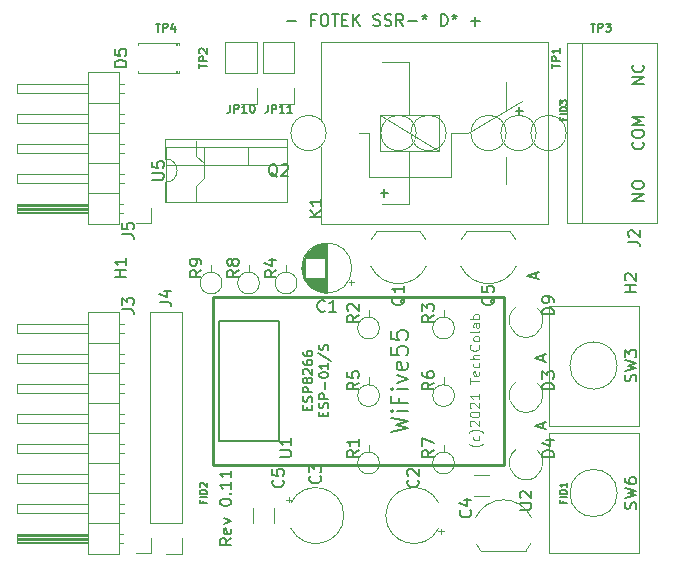
<source format=gto>
G04 #@! TF.GenerationSoftware,KiCad,Pcbnew,(5.1.6-0-10_14)*
G04 #@! TF.CreationDate,2021-04-15T17:51:28+01:00*
G04 #@! TF.ProjectId,WiFive55,57694669-7665-4353-952e-6b696361645f,0.11*
G04 #@! TF.SameCoordinates,Original*
G04 #@! TF.FileFunction,Legend,Top*
G04 #@! TF.FilePolarity,Positive*
%FSLAX46Y46*%
G04 Gerber Fmt 4.6, Leading zero omitted, Abs format (unit mm)*
G04 Created by KiCad (PCBNEW (5.1.6-0-10_14)) date 2021-04-15 17:51:28*
%MOMM*%
%LPD*%
G01*
G04 APERTURE LIST*
%ADD10C,0.150000*%
%ADD11C,0.120000*%
%ADD12C,0.152400*%
%ADD13C,0.254000*%
G04 APERTURE END LIST*
D10*
X115682142Y-50236428D02*
X116444047Y-50236428D01*
X118015476Y-50093571D02*
X117682142Y-50093571D01*
X117682142Y-50617380D02*
X117682142Y-49617380D01*
X118158333Y-49617380D01*
X118729761Y-49617380D02*
X118920238Y-49617380D01*
X119015476Y-49665000D01*
X119110714Y-49760238D01*
X119158333Y-49950714D01*
X119158333Y-50284047D01*
X119110714Y-50474523D01*
X119015476Y-50569761D01*
X118920238Y-50617380D01*
X118729761Y-50617380D01*
X118634523Y-50569761D01*
X118539285Y-50474523D01*
X118491666Y-50284047D01*
X118491666Y-49950714D01*
X118539285Y-49760238D01*
X118634523Y-49665000D01*
X118729761Y-49617380D01*
X119444047Y-49617380D02*
X120015476Y-49617380D01*
X119729761Y-50617380D02*
X119729761Y-49617380D01*
X120348809Y-50093571D02*
X120682142Y-50093571D01*
X120825000Y-50617380D02*
X120348809Y-50617380D01*
X120348809Y-49617380D01*
X120825000Y-49617380D01*
X121253571Y-50617380D02*
X121253571Y-49617380D01*
X121825000Y-50617380D02*
X121396428Y-50045952D01*
X121825000Y-49617380D02*
X121253571Y-50188809D01*
X122967857Y-50569761D02*
X123110714Y-50617380D01*
X123348809Y-50617380D01*
X123444047Y-50569761D01*
X123491666Y-50522142D01*
X123539285Y-50426904D01*
X123539285Y-50331666D01*
X123491666Y-50236428D01*
X123444047Y-50188809D01*
X123348809Y-50141190D01*
X123158333Y-50093571D01*
X123063095Y-50045952D01*
X123015476Y-49998333D01*
X122967857Y-49903095D01*
X122967857Y-49807857D01*
X123015476Y-49712619D01*
X123063095Y-49665000D01*
X123158333Y-49617380D01*
X123396428Y-49617380D01*
X123539285Y-49665000D01*
X123920238Y-50569761D02*
X124063095Y-50617380D01*
X124301190Y-50617380D01*
X124396428Y-50569761D01*
X124444047Y-50522142D01*
X124491666Y-50426904D01*
X124491666Y-50331666D01*
X124444047Y-50236428D01*
X124396428Y-50188809D01*
X124301190Y-50141190D01*
X124110714Y-50093571D01*
X124015476Y-50045952D01*
X123967857Y-49998333D01*
X123920238Y-49903095D01*
X123920238Y-49807857D01*
X123967857Y-49712619D01*
X124015476Y-49665000D01*
X124110714Y-49617380D01*
X124348809Y-49617380D01*
X124491666Y-49665000D01*
X125491666Y-50617380D02*
X125158333Y-50141190D01*
X124920238Y-50617380D02*
X124920238Y-49617380D01*
X125301190Y-49617380D01*
X125396428Y-49665000D01*
X125444047Y-49712619D01*
X125491666Y-49807857D01*
X125491666Y-49950714D01*
X125444047Y-50045952D01*
X125396428Y-50093571D01*
X125301190Y-50141190D01*
X124920238Y-50141190D01*
X125920238Y-50236428D02*
X126682142Y-50236428D01*
X127301190Y-49617380D02*
X127301190Y-49855476D01*
X127063095Y-49760238D02*
X127301190Y-49855476D01*
X127539285Y-49760238D01*
X127158333Y-50045952D02*
X127301190Y-49855476D01*
X127444047Y-50045952D01*
X128682142Y-50617380D02*
X128682142Y-49617380D01*
X128920238Y-49617380D01*
X129063095Y-49665000D01*
X129158333Y-49760238D01*
X129205952Y-49855476D01*
X129253571Y-50045952D01*
X129253571Y-50188809D01*
X129205952Y-50379285D01*
X129158333Y-50474523D01*
X129063095Y-50569761D01*
X128920238Y-50617380D01*
X128682142Y-50617380D01*
X129825000Y-49617380D02*
X129825000Y-49855476D01*
X129586904Y-49760238D02*
X129825000Y-49855476D01*
X130063095Y-49760238D01*
X129682142Y-50045952D02*
X129825000Y-49855476D01*
X129967857Y-50045952D01*
X131205952Y-50236428D02*
X131967857Y-50236428D01*
X131586904Y-50617380D02*
X131586904Y-49855476D01*
X135312142Y-58089761D02*
X135312142Y-57480238D01*
X135616904Y-57785000D02*
X135007380Y-57785000D01*
X123882142Y-65074761D02*
X123882142Y-64465238D01*
X124186904Y-64770000D02*
X123577380Y-64770000D01*
X145867380Y-65404285D02*
X144867380Y-65404285D01*
X145867380Y-64832857D01*
X144867380Y-64832857D01*
X144867380Y-64166190D02*
X144867380Y-63975714D01*
X144915000Y-63880476D01*
X145010238Y-63785238D01*
X145200714Y-63737619D01*
X145534047Y-63737619D01*
X145724523Y-63785238D01*
X145819761Y-63880476D01*
X145867380Y-63975714D01*
X145867380Y-64166190D01*
X145819761Y-64261428D01*
X145724523Y-64356666D01*
X145534047Y-64404285D01*
X145200714Y-64404285D01*
X145010238Y-64356666D01*
X144915000Y-64261428D01*
X144867380Y-64166190D01*
X145772142Y-60451904D02*
X145819761Y-60499523D01*
X145867380Y-60642380D01*
X145867380Y-60737619D01*
X145819761Y-60880476D01*
X145724523Y-60975714D01*
X145629285Y-61023333D01*
X145438809Y-61070952D01*
X145295952Y-61070952D01*
X145105476Y-61023333D01*
X145010238Y-60975714D01*
X144915000Y-60880476D01*
X144867380Y-60737619D01*
X144867380Y-60642380D01*
X144915000Y-60499523D01*
X144962619Y-60451904D01*
X144867380Y-59832857D02*
X144867380Y-59642380D01*
X144915000Y-59547142D01*
X145010238Y-59451904D01*
X145200714Y-59404285D01*
X145534047Y-59404285D01*
X145724523Y-59451904D01*
X145819761Y-59547142D01*
X145867380Y-59642380D01*
X145867380Y-59832857D01*
X145819761Y-59928095D01*
X145724523Y-60023333D01*
X145534047Y-60070952D01*
X145200714Y-60070952D01*
X145010238Y-60023333D01*
X144915000Y-59928095D01*
X144867380Y-59832857D01*
X145867380Y-58975714D02*
X144867380Y-58975714D01*
X145581666Y-58642380D01*
X144867380Y-58309047D01*
X145867380Y-58309047D01*
X145867380Y-55547142D02*
X144867380Y-55547142D01*
X145867380Y-54975714D01*
X144867380Y-54975714D01*
X145772142Y-53928095D02*
X145819761Y-53975714D01*
X145867380Y-54118571D01*
X145867380Y-54213809D01*
X145819761Y-54356666D01*
X145724523Y-54451904D01*
X145629285Y-54499523D01*
X145438809Y-54547142D01*
X145295952Y-54547142D01*
X145105476Y-54499523D01*
X145010238Y-54451904D01*
X144915000Y-54356666D01*
X144867380Y-54213809D01*
X144867380Y-54118571D01*
X144915000Y-53975714D01*
X144962619Y-53928095D01*
X110942380Y-93987619D02*
X110466190Y-94320952D01*
X110942380Y-94559047D02*
X109942380Y-94559047D01*
X109942380Y-94178095D01*
X109990000Y-94082857D01*
X110037619Y-94035238D01*
X110132857Y-93987619D01*
X110275714Y-93987619D01*
X110370952Y-94035238D01*
X110418571Y-94082857D01*
X110466190Y-94178095D01*
X110466190Y-94559047D01*
X110894761Y-93178095D02*
X110942380Y-93273333D01*
X110942380Y-93463809D01*
X110894761Y-93559047D01*
X110799523Y-93606666D01*
X110418571Y-93606666D01*
X110323333Y-93559047D01*
X110275714Y-93463809D01*
X110275714Y-93273333D01*
X110323333Y-93178095D01*
X110418571Y-93130476D01*
X110513809Y-93130476D01*
X110609047Y-93606666D01*
X110275714Y-92797142D02*
X110942380Y-92559047D01*
X110275714Y-92320952D01*
X109942380Y-90987619D02*
X109942380Y-90892380D01*
X109990000Y-90797142D01*
X110037619Y-90749523D01*
X110132857Y-90701904D01*
X110323333Y-90654285D01*
X110561428Y-90654285D01*
X110751904Y-90701904D01*
X110847142Y-90749523D01*
X110894761Y-90797142D01*
X110942380Y-90892380D01*
X110942380Y-90987619D01*
X110894761Y-91082857D01*
X110847142Y-91130476D01*
X110751904Y-91178095D01*
X110561428Y-91225714D01*
X110323333Y-91225714D01*
X110132857Y-91178095D01*
X110037619Y-91130476D01*
X109990000Y-91082857D01*
X109942380Y-90987619D01*
X110847142Y-90225714D02*
X110894761Y-90178095D01*
X110942380Y-90225714D01*
X110894761Y-90273333D01*
X110847142Y-90225714D01*
X110942380Y-90225714D01*
X110942380Y-89225714D02*
X110942380Y-89797142D01*
X110942380Y-89511428D02*
X109942380Y-89511428D01*
X110085238Y-89606666D01*
X110180476Y-89701904D01*
X110228095Y-89797142D01*
X110942380Y-88273333D02*
X110942380Y-88844761D01*
X110942380Y-88559047D02*
X109942380Y-88559047D01*
X110085238Y-88654285D01*
X110180476Y-88749523D01*
X110228095Y-88844761D01*
D11*
X132246666Y-85978333D02*
X132208571Y-86016428D01*
X132094285Y-86092619D01*
X132018095Y-86130714D01*
X131903809Y-86168809D01*
X131713333Y-86206904D01*
X131560952Y-86206904D01*
X131370476Y-86168809D01*
X131256190Y-86130714D01*
X131180000Y-86092619D01*
X131065714Y-86016428D01*
X131027619Y-85978333D01*
X131903809Y-85330714D02*
X131941904Y-85406904D01*
X131941904Y-85559285D01*
X131903809Y-85635476D01*
X131865714Y-85673571D01*
X131789523Y-85711666D01*
X131560952Y-85711666D01*
X131484761Y-85673571D01*
X131446666Y-85635476D01*
X131408571Y-85559285D01*
X131408571Y-85406904D01*
X131446666Y-85330714D01*
X132246666Y-85064047D02*
X132208571Y-85025952D01*
X132094285Y-84949761D01*
X132018095Y-84911666D01*
X131903809Y-84873571D01*
X131713333Y-84835476D01*
X131560952Y-84835476D01*
X131370476Y-84873571D01*
X131256190Y-84911666D01*
X131180000Y-84949761D01*
X131065714Y-85025952D01*
X131027619Y-85064047D01*
X131218095Y-84492619D02*
X131180000Y-84454523D01*
X131141904Y-84378333D01*
X131141904Y-84187857D01*
X131180000Y-84111666D01*
X131218095Y-84073571D01*
X131294285Y-84035476D01*
X131370476Y-84035476D01*
X131484761Y-84073571D01*
X131941904Y-84530714D01*
X131941904Y-84035476D01*
X131141904Y-83540238D02*
X131141904Y-83464047D01*
X131180000Y-83387857D01*
X131218095Y-83349761D01*
X131294285Y-83311666D01*
X131446666Y-83273571D01*
X131637142Y-83273571D01*
X131789523Y-83311666D01*
X131865714Y-83349761D01*
X131903809Y-83387857D01*
X131941904Y-83464047D01*
X131941904Y-83540238D01*
X131903809Y-83616428D01*
X131865714Y-83654523D01*
X131789523Y-83692619D01*
X131637142Y-83730714D01*
X131446666Y-83730714D01*
X131294285Y-83692619D01*
X131218095Y-83654523D01*
X131180000Y-83616428D01*
X131141904Y-83540238D01*
X131218095Y-82968809D02*
X131180000Y-82930714D01*
X131141904Y-82854523D01*
X131141904Y-82664047D01*
X131180000Y-82587857D01*
X131218095Y-82549761D01*
X131294285Y-82511666D01*
X131370476Y-82511666D01*
X131484761Y-82549761D01*
X131941904Y-83006904D01*
X131941904Y-82511666D01*
X131941904Y-81749761D02*
X131941904Y-82206904D01*
X131941904Y-81978333D02*
X131141904Y-81978333D01*
X131256190Y-82054523D01*
X131332380Y-82130714D01*
X131370476Y-82206904D01*
X131141904Y-80911666D02*
X131141904Y-80454523D01*
X131941904Y-80683095D02*
X131141904Y-80683095D01*
X131903809Y-79883095D02*
X131941904Y-79959285D01*
X131941904Y-80111666D01*
X131903809Y-80187857D01*
X131827619Y-80225952D01*
X131522857Y-80225952D01*
X131446666Y-80187857D01*
X131408571Y-80111666D01*
X131408571Y-79959285D01*
X131446666Y-79883095D01*
X131522857Y-79845000D01*
X131599047Y-79845000D01*
X131675238Y-80225952D01*
X131903809Y-79159285D02*
X131941904Y-79235476D01*
X131941904Y-79387857D01*
X131903809Y-79464047D01*
X131865714Y-79502142D01*
X131789523Y-79540238D01*
X131560952Y-79540238D01*
X131484761Y-79502142D01*
X131446666Y-79464047D01*
X131408571Y-79387857D01*
X131408571Y-79235476D01*
X131446666Y-79159285D01*
X131941904Y-78816428D02*
X131141904Y-78816428D01*
X131941904Y-78473571D02*
X131522857Y-78473571D01*
X131446666Y-78511666D01*
X131408571Y-78587857D01*
X131408571Y-78702142D01*
X131446666Y-78778333D01*
X131484761Y-78816428D01*
X131865714Y-77635476D02*
X131903809Y-77673571D01*
X131941904Y-77787857D01*
X131941904Y-77864047D01*
X131903809Y-77978333D01*
X131827619Y-78054523D01*
X131751428Y-78092619D01*
X131599047Y-78130714D01*
X131484761Y-78130714D01*
X131332380Y-78092619D01*
X131256190Y-78054523D01*
X131180000Y-77978333D01*
X131141904Y-77864047D01*
X131141904Y-77787857D01*
X131180000Y-77673571D01*
X131218095Y-77635476D01*
X131941904Y-77178333D02*
X131903809Y-77254523D01*
X131865714Y-77292619D01*
X131789523Y-77330714D01*
X131560952Y-77330714D01*
X131484761Y-77292619D01*
X131446666Y-77254523D01*
X131408571Y-77178333D01*
X131408571Y-77064047D01*
X131446666Y-76987857D01*
X131484761Y-76949761D01*
X131560952Y-76911666D01*
X131789523Y-76911666D01*
X131865714Y-76949761D01*
X131903809Y-76987857D01*
X131941904Y-77064047D01*
X131941904Y-77178333D01*
X131941904Y-76454523D02*
X131903809Y-76530714D01*
X131827619Y-76568809D01*
X131141904Y-76568809D01*
X131941904Y-75806904D02*
X131522857Y-75806904D01*
X131446666Y-75845000D01*
X131408571Y-75921190D01*
X131408571Y-76073571D01*
X131446666Y-76149761D01*
X131903809Y-75806904D02*
X131941904Y-75883095D01*
X131941904Y-76073571D01*
X131903809Y-76149761D01*
X131827619Y-76187857D01*
X131751428Y-76187857D01*
X131675238Y-76149761D01*
X131637142Y-76073571D01*
X131637142Y-75883095D01*
X131599047Y-75806904D01*
X131941904Y-75425952D02*
X131141904Y-75425952D01*
X131446666Y-75425952D02*
X131408571Y-75349761D01*
X131408571Y-75197380D01*
X131446666Y-75121190D01*
X131484761Y-75083095D01*
X131560952Y-75045000D01*
X131789523Y-75045000D01*
X131865714Y-75083095D01*
X131903809Y-75121190D01*
X131941904Y-75197380D01*
X131941904Y-75349761D01*
X131903809Y-75425952D01*
D10*
X124463333Y-84978333D02*
X125863333Y-84645000D01*
X124863333Y-84378333D01*
X125863333Y-84111666D01*
X124463333Y-83778333D01*
X125863333Y-83245000D02*
X124930000Y-83245000D01*
X124463333Y-83245000D02*
X124530000Y-83311666D01*
X124596666Y-83245000D01*
X124530000Y-83178333D01*
X124463333Y-83245000D01*
X124596666Y-83245000D01*
X125130000Y-82111666D02*
X125130000Y-82578333D01*
X125863333Y-82578333D02*
X124463333Y-82578333D01*
X124463333Y-81911666D01*
X125863333Y-81378333D02*
X124930000Y-81378333D01*
X124463333Y-81378333D02*
X124530000Y-81445000D01*
X124596666Y-81378333D01*
X124530000Y-81311666D01*
X124463333Y-81378333D01*
X124596666Y-81378333D01*
X124930000Y-80845000D02*
X125863333Y-80511666D01*
X124930000Y-80178333D01*
X125796666Y-79111666D02*
X125863333Y-79245000D01*
X125863333Y-79511666D01*
X125796666Y-79645000D01*
X125663333Y-79711666D01*
X125130000Y-79711666D01*
X124996666Y-79645000D01*
X124930000Y-79511666D01*
X124930000Y-79245000D01*
X124996666Y-79111666D01*
X125130000Y-79045000D01*
X125263333Y-79045000D01*
X125396666Y-79711666D01*
X124463333Y-77778333D02*
X124463333Y-78445000D01*
X125130000Y-78511666D01*
X125063333Y-78445000D01*
X124996666Y-78311666D01*
X124996666Y-77978333D01*
X125063333Y-77845000D01*
X125130000Y-77778333D01*
X125263333Y-77711666D01*
X125596666Y-77711666D01*
X125730000Y-77778333D01*
X125796666Y-77845000D01*
X125863333Y-77978333D01*
X125863333Y-78311666D01*
X125796666Y-78445000D01*
X125730000Y-78511666D01*
X124463333Y-76445000D02*
X124463333Y-77111666D01*
X125130000Y-77178333D01*
X125063333Y-77111666D01*
X124996666Y-76978333D01*
X124996666Y-76645000D01*
X125063333Y-76511666D01*
X125130000Y-76445000D01*
X125263333Y-76378333D01*
X125596666Y-76378333D01*
X125730000Y-76445000D01*
X125796666Y-76511666D01*
X125863333Y-76645000D01*
X125863333Y-76978333D01*
X125796666Y-77111666D01*
X125730000Y-77178333D01*
D11*
X107950000Y-61595000D02*
X107950000Y-60325000D01*
X108585000Y-62230000D02*
X107950000Y-61595000D01*
X108585000Y-63500000D02*
X108585000Y-62230000D01*
X107950000Y-64135000D02*
X108585000Y-63500000D01*
X107950000Y-65405000D02*
X107950000Y-64135000D01*
D10*
X117377857Y-83121190D02*
X117377857Y-82854523D01*
X117796904Y-82740238D02*
X117796904Y-83121190D01*
X116996904Y-83121190D01*
X116996904Y-82740238D01*
X117758809Y-82435476D02*
X117796904Y-82321190D01*
X117796904Y-82130714D01*
X117758809Y-82054523D01*
X117720714Y-82016428D01*
X117644523Y-81978333D01*
X117568333Y-81978333D01*
X117492142Y-82016428D01*
X117454047Y-82054523D01*
X117415952Y-82130714D01*
X117377857Y-82283095D01*
X117339761Y-82359285D01*
X117301666Y-82397380D01*
X117225476Y-82435476D01*
X117149285Y-82435476D01*
X117073095Y-82397380D01*
X117035000Y-82359285D01*
X116996904Y-82283095D01*
X116996904Y-82092619D01*
X117035000Y-81978333D01*
X117796904Y-81635476D02*
X116996904Y-81635476D01*
X116996904Y-81330714D01*
X117035000Y-81254523D01*
X117073095Y-81216428D01*
X117149285Y-81178333D01*
X117263571Y-81178333D01*
X117339761Y-81216428D01*
X117377857Y-81254523D01*
X117415952Y-81330714D01*
X117415952Y-81635476D01*
X117339761Y-80721190D02*
X117301666Y-80797380D01*
X117263571Y-80835476D01*
X117187380Y-80873571D01*
X117149285Y-80873571D01*
X117073095Y-80835476D01*
X117035000Y-80797380D01*
X116996904Y-80721190D01*
X116996904Y-80568809D01*
X117035000Y-80492619D01*
X117073095Y-80454523D01*
X117149285Y-80416428D01*
X117187380Y-80416428D01*
X117263571Y-80454523D01*
X117301666Y-80492619D01*
X117339761Y-80568809D01*
X117339761Y-80721190D01*
X117377857Y-80797380D01*
X117415952Y-80835476D01*
X117492142Y-80873571D01*
X117644523Y-80873571D01*
X117720714Y-80835476D01*
X117758809Y-80797380D01*
X117796904Y-80721190D01*
X117796904Y-80568809D01*
X117758809Y-80492619D01*
X117720714Y-80454523D01*
X117644523Y-80416428D01*
X117492142Y-80416428D01*
X117415952Y-80454523D01*
X117377857Y-80492619D01*
X117339761Y-80568809D01*
X117073095Y-80111666D02*
X117035000Y-80073571D01*
X116996904Y-79997380D01*
X116996904Y-79806904D01*
X117035000Y-79730714D01*
X117073095Y-79692619D01*
X117149285Y-79654523D01*
X117225476Y-79654523D01*
X117339761Y-79692619D01*
X117796904Y-80149761D01*
X117796904Y-79654523D01*
X116996904Y-78968809D02*
X116996904Y-79121190D01*
X117035000Y-79197380D01*
X117073095Y-79235476D01*
X117187380Y-79311666D01*
X117339761Y-79349761D01*
X117644523Y-79349761D01*
X117720714Y-79311666D01*
X117758809Y-79273571D01*
X117796904Y-79197380D01*
X117796904Y-79045000D01*
X117758809Y-78968809D01*
X117720714Y-78930714D01*
X117644523Y-78892619D01*
X117454047Y-78892619D01*
X117377857Y-78930714D01*
X117339761Y-78968809D01*
X117301666Y-79045000D01*
X117301666Y-79197380D01*
X117339761Y-79273571D01*
X117377857Y-79311666D01*
X117454047Y-79349761D01*
X116996904Y-78206904D02*
X116996904Y-78359285D01*
X117035000Y-78435476D01*
X117073095Y-78473571D01*
X117187380Y-78549761D01*
X117339761Y-78587857D01*
X117644523Y-78587857D01*
X117720714Y-78549761D01*
X117758809Y-78511666D01*
X117796904Y-78435476D01*
X117796904Y-78283095D01*
X117758809Y-78206904D01*
X117720714Y-78168809D01*
X117644523Y-78130714D01*
X117454047Y-78130714D01*
X117377857Y-78168809D01*
X117339761Y-78206904D01*
X117301666Y-78283095D01*
X117301666Y-78435476D01*
X117339761Y-78511666D01*
X117377857Y-78549761D01*
X117454047Y-78587857D01*
X118727857Y-83654523D02*
X118727857Y-83387857D01*
X119146904Y-83273571D02*
X119146904Y-83654523D01*
X118346904Y-83654523D01*
X118346904Y-83273571D01*
X119108809Y-82968809D02*
X119146904Y-82854523D01*
X119146904Y-82664047D01*
X119108809Y-82587857D01*
X119070714Y-82549761D01*
X118994523Y-82511666D01*
X118918333Y-82511666D01*
X118842142Y-82549761D01*
X118804047Y-82587857D01*
X118765952Y-82664047D01*
X118727857Y-82816428D01*
X118689761Y-82892619D01*
X118651666Y-82930714D01*
X118575476Y-82968809D01*
X118499285Y-82968809D01*
X118423095Y-82930714D01*
X118385000Y-82892619D01*
X118346904Y-82816428D01*
X118346904Y-82625952D01*
X118385000Y-82511666D01*
X119146904Y-82168809D02*
X118346904Y-82168809D01*
X118346904Y-81864047D01*
X118385000Y-81787857D01*
X118423095Y-81749761D01*
X118499285Y-81711666D01*
X118613571Y-81711666D01*
X118689761Y-81749761D01*
X118727857Y-81787857D01*
X118765952Y-81864047D01*
X118765952Y-82168809D01*
X118842142Y-81368809D02*
X118842142Y-80759285D01*
X118346904Y-80225952D02*
X118346904Y-80149761D01*
X118385000Y-80073571D01*
X118423095Y-80035476D01*
X118499285Y-79997380D01*
X118651666Y-79959285D01*
X118842142Y-79959285D01*
X118994523Y-79997380D01*
X119070714Y-80035476D01*
X119108809Y-80073571D01*
X119146904Y-80149761D01*
X119146904Y-80225952D01*
X119108809Y-80302142D01*
X119070714Y-80340238D01*
X118994523Y-80378333D01*
X118842142Y-80416428D01*
X118651666Y-80416428D01*
X118499285Y-80378333D01*
X118423095Y-80340238D01*
X118385000Y-80302142D01*
X118346904Y-80225952D01*
X119146904Y-79197380D02*
X119146904Y-79654523D01*
X119146904Y-79425952D02*
X118346904Y-79425952D01*
X118461190Y-79502142D01*
X118537380Y-79578333D01*
X118575476Y-79654523D01*
X118308809Y-78283095D02*
X119337380Y-78968809D01*
X119108809Y-78054523D02*
X119146904Y-77940238D01*
X119146904Y-77749761D01*
X119108809Y-77673571D01*
X119070714Y-77635476D01*
X118994523Y-77597380D01*
X118918333Y-77597380D01*
X118842142Y-77635476D01*
X118804047Y-77673571D01*
X118765952Y-77749761D01*
X118727857Y-77902142D01*
X118689761Y-77978333D01*
X118651666Y-78016428D01*
X118575476Y-78054523D01*
X118499285Y-78054523D01*
X118423095Y-78016428D01*
X118385000Y-77978333D01*
X118346904Y-77902142D01*
X118346904Y-77711666D01*
X118385000Y-77597380D01*
D11*
X139295000Y-59690000D02*
G75*
G03*
X139295000Y-59690000I-1500000J0D01*
G01*
X136755000Y-59690000D02*
G75*
G03*
X136755000Y-59690000I-1500000J0D01*
G01*
X134215000Y-59690000D02*
G75*
G03*
X134215000Y-59690000I-1500000J0D01*
G01*
X129135000Y-59690000D02*
G75*
G03*
X129135000Y-59690000I-1500000J0D01*
G01*
X126595000Y-59690000D02*
G75*
G03*
X126595000Y-59690000I-1500000J0D01*
G01*
X118975000Y-59690000D02*
G75*
G03*
X118975000Y-59690000I-1500000J0D01*
G01*
X115777712Y-90515000D02*
X115777712Y-90965000D01*
X115552712Y-90740000D02*
X116002712Y-90740000D01*
X115970260Y-93135000D02*
G75*
G03*
X115970259Y-91015000I2119740J1060000D01*
G01*
X128697288Y-93635000D02*
X128697288Y-93185000D01*
X128922288Y-93410000D02*
X128472288Y-93410000D01*
X128504740Y-91015000D02*
G75*
G03*
X128504741Y-93135000I-2119740J-1060000D01*
G01*
X121084801Y-72515000D02*
X121084801Y-72115000D01*
X121284801Y-72315000D02*
X120884801Y-72315000D01*
X116934000Y-71490000D02*
X116934000Y-70750000D01*
X116974000Y-71657000D02*
X116974000Y-70583000D01*
X117014000Y-71784000D02*
X117014000Y-70456000D01*
X117054000Y-71888000D02*
X117054000Y-70352000D01*
X117094000Y-71979000D02*
X117094000Y-70261000D01*
X117134000Y-72060000D02*
X117134000Y-70180000D01*
X117174000Y-72133000D02*
X117174000Y-70107000D01*
X117214000Y-70280000D02*
X117214000Y-70040000D01*
X117214000Y-72200000D02*
X117214000Y-71960000D01*
X117254000Y-70280000D02*
X117254000Y-69978000D01*
X117254000Y-72262000D02*
X117254000Y-71960000D01*
X117294000Y-70280000D02*
X117294000Y-69920000D01*
X117294000Y-72320000D02*
X117294000Y-71960000D01*
X117334000Y-70280000D02*
X117334000Y-69866000D01*
X117334000Y-72374000D02*
X117334000Y-71960000D01*
X117374000Y-70280000D02*
X117374000Y-69816000D01*
X117374000Y-72424000D02*
X117374000Y-71960000D01*
X117414000Y-70280000D02*
X117414000Y-69769000D01*
X117414000Y-72471000D02*
X117414000Y-71960000D01*
X117454000Y-70280000D02*
X117454000Y-69724000D01*
X117454000Y-72516000D02*
X117454000Y-71960000D01*
X117494000Y-70280000D02*
X117494000Y-69682000D01*
X117494000Y-72558000D02*
X117494000Y-71960000D01*
X117534000Y-70280000D02*
X117534000Y-69642000D01*
X117534000Y-72598000D02*
X117534000Y-71960000D01*
X117574000Y-70280000D02*
X117574000Y-69604000D01*
X117574000Y-72636000D02*
X117574000Y-71960000D01*
X117614000Y-70280000D02*
X117614000Y-69568000D01*
X117614000Y-72672000D02*
X117614000Y-71960000D01*
X117654000Y-70280000D02*
X117654000Y-69533000D01*
X117654000Y-72707000D02*
X117654000Y-71960000D01*
X117694000Y-70280000D02*
X117694000Y-69501000D01*
X117694000Y-72739000D02*
X117694000Y-71960000D01*
X117734000Y-70280000D02*
X117734000Y-69470000D01*
X117734000Y-72770000D02*
X117734000Y-71960000D01*
X117774000Y-70280000D02*
X117774000Y-69440000D01*
X117774000Y-72800000D02*
X117774000Y-71960000D01*
X117814000Y-70280000D02*
X117814000Y-69412000D01*
X117814000Y-72828000D02*
X117814000Y-71960000D01*
X117854000Y-70280000D02*
X117854000Y-69385000D01*
X117854000Y-72855000D02*
X117854000Y-71960000D01*
X117894000Y-70280000D02*
X117894000Y-69360000D01*
X117894000Y-72880000D02*
X117894000Y-71960000D01*
X117934000Y-70280000D02*
X117934000Y-69335000D01*
X117934000Y-72905000D02*
X117934000Y-71960000D01*
X117974000Y-70280000D02*
X117974000Y-69312000D01*
X117974000Y-72928000D02*
X117974000Y-71960000D01*
X118014000Y-70280000D02*
X118014000Y-69290000D01*
X118014000Y-72950000D02*
X118014000Y-71960000D01*
X118054000Y-70280000D02*
X118054000Y-69269000D01*
X118054000Y-72971000D02*
X118054000Y-71960000D01*
X118094000Y-70280000D02*
X118094000Y-69250000D01*
X118094000Y-72990000D02*
X118094000Y-71960000D01*
X118134000Y-70280000D02*
X118134000Y-69231000D01*
X118134000Y-73009000D02*
X118134000Y-71960000D01*
X118174000Y-70280000D02*
X118174000Y-69213000D01*
X118174000Y-73027000D02*
X118174000Y-71960000D01*
X118214000Y-70280000D02*
X118214000Y-69196000D01*
X118214000Y-73044000D02*
X118214000Y-71960000D01*
X118254000Y-70280000D02*
X118254000Y-69180000D01*
X118254000Y-73060000D02*
X118254000Y-71960000D01*
X118294000Y-70280000D02*
X118294000Y-69166000D01*
X118294000Y-73074000D02*
X118294000Y-71960000D01*
X118335000Y-70280000D02*
X118335000Y-69152000D01*
X118335000Y-73088000D02*
X118335000Y-71960000D01*
X118375000Y-70280000D02*
X118375000Y-69138000D01*
X118375000Y-73102000D02*
X118375000Y-71960000D01*
X118415000Y-70280000D02*
X118415000Y-69126000D01*
X118415000Y-73114000D02*
X118415000Y-71960000D01*
X118455000Y-70280000D02*
X118455000Y-69115000D01*
X118455000Y-73125000D02*
X118455000Y-71960000D01*
X118495000Y-70280000D02*
X118495000Y-69104000D01*
X118495000Y-73136000D02*
X118495000Y-71960000D01*
X118535000Y-70280000D02*
X118535000Y-69095000D01*
X118535000Y-73145000D02*
X118535000Y-71960000D01*
X118575000Y-70280000D02*
X118575000Y-69086000D01*
X118575000Y-73154000D02*
X118575000Y-71960000D01*
X118615000Y-70280000D02*
X118615000Y-69078000D01*
X118615000Y-73162000D02*
X118615000Y-71960000D01*
X118655000Y-70280000D02*
X118655000Y-69070000D01*
X118655000Y-73170000D02*
X118655000Y-71960000D01*
X118695000Y-70280000D02*
X118695000Y-69064000D01*
X118695000Y-73176000D02*
X118695000Y-71960000D01*
X118735000Y-70280000D02*
X118735000Y-69058000D01*
X118735000Y-73182000D02*
X118735000Y-71960000D01*
X118775000Y-70280000D02*
X118775000Y-69053000D01*
X118775000Y-73187000D02*
X118775000Y-71960000D01*
X118815000Y-70280000D02*
X118815000Y-69049000D01*
X118815000Y-73191000D02*
X118815000Y-71960000D01*
X118855000Y-73194000D02*
X118855000Y-69046000D01*
X118895000Y-73197000D02*
X118895000Y-69043000D01*
X118935000Y-73199000D02*
X118935000Y-69041000D01*
X118975000Y-73200000D02*
X118975000Y-69040000D01*
X119015000Y-73200000D02*
X119015000Y-69040000D01*
X121135000Y-71120000D02*
G75*
G03*
X121135000Y-71120000I-2120000J0D01*
G01*
X116490000Y-72390000D02*
G75*
G03*
X116490000Y-72390000I-920000J0D01*
G01*
X115570000Y-71470000D02*
X115570000Y-70850000D01*
X112341000Y-60865000D02*
X112341000Y-62375000D01*
X108640000Y-60865000D02*
X108640000Y-62375000D01*
X105370000Y-62375000D02*
X115610000Y-62375000D01*
X115610000Y-60865000D02*
X115610000Y-65506000D01*
X105370000Y-60865000D02*
X105370000Y-65506000D01*
X105370000Y-65506000D02*
X115610000Y-65506000D01*
X105370000Y-60865000D02*
X115610000Y-60865000D01*
X134515000Y-68000000D02*
X130915000Y-68000000D01*
X130390816Y-68727205D02*
G75*
G02*
X130915000Y-68000000I2324184J-1122795D01*
G01*
X130358600Y-70948807D02*
G75*
G03*
X132715000Y-72450000I2356400J1098807D01*
G01*
X135071400Y-70948807D02*
G75*
G02*
X132715000Y-72450000I-2356400J1098807D01*
G01*
X135039184Y-68727205D02*
G75*
G03*
X134515000Y-68000000I-2324184J-1122795D01*
G01*
X126895000Y-68000000D02*
X123295000Y-68000000D01*
X122770816Y-68727205D02*
G75*
G02*
X123295000Y-68000000I2324184J-1122795D01*
G01*
X122738600Y-70948807D02*
G75*
G03*
X125095000Y-72450000I2356400J1098807D01*
G01*
X127451400Y-70948807D02*
G75*
G02*
X125095000Y-72450000I-2356400J1098807D01*
G01*
X127419184Y-68727205D02*
G75*
G03*
X126895000Y-68000000I-2324184J-1122795D01*
G01*
X113090000Y-52010000D02*
X110430000Y-52010000D01*
X113090000Y-54610000D02*
X113090000Y-52010000D01*
X110430000Y-54610000D02*
X110430000Y-52010000D01*
X113090000Y-54610000D02*
X110430000Y-54610000D01*
X113090000Y-55880000D02*
X113090000Y-57210000D01*
X113090000Y-57210000D02*
X111760000Y-57210000D01*
X116265000Y-52010000D02*
X113605000Y-52010000D01*
X116265000Y-54610000D02*
X116265000Y-52010000D01*
X113605000Y-54610000D02*
X113605000Y-52010000D01*
X116265000Y-54610000D02*
X113605000Y-54610000D01*
X116265000Y-55880000D02*
X116265000Y-57210000D01*
X116265000Y-57210000D02*
X114935000Y-57210000D01*
X122555000Y-86710000D02*
X122555000Y-86090000D01*
X123475000Y-87630000D02*
G75*
G03*
X123475000Y-87630000I-920000J0D01*
G01*
X122555000Y-75280000D02*
X122555000Y-74660000D01*
X123475000Y-76200000D02*
G75*
G03*
X123475000Y-76200000I-920000J0D01*
G01*
X128905000Y-75280000D02*
X128905000Y-74660000D01*
X129825000Y-76200000D02*
G75*
G03*
X129825000Y-76200000I-920000J0D01*
G01*
X128905000Y-80995000D02*
X128905000Y-80375000D01*
X129825000Y-81915000D02*
G75*
G03*
X129825000Y-81915000I-920000J0D01*
G01*
X128905000Y-86710000D02*
X128905000Y-86090000D01*
X129825000Y-87630000D02*
G75*
G03*
X129825000Y-87630000I-920000J0D01*
G01*
X112395000Y-71470000D02*
X112395000Y-70850000D01*
X113315000Y-72390000D02*
G75*
G03*
X113315000Y-72390000I-920000J0D01*
G01*
X122555000Y-80995000D02*
X122555000Y-80375000D01*
X123475000Y-81915000D02*
G75*
G03*
X123475000Y-81915000I-920000J0D01*
G01*
X109220000Y-71470000D02*
X109220000Y-70850000D01*
X110140000Y-72390000D02*
G75*
G03*
X110140000Y-72390000I-920000J0D01*
G01*
X132045000Y-95045000D02*
X135895000Y-95045000D01*
X136287383Y-94457264D02*
G75*
G02*
X135895000Y-95045000I-2302383J1112264D01*
G01*
X136341400Y-92246193D02*
G75*
G03*
X133985000Y-90745000I-2356400J-1098807D01*
G01*
X131628600Y-92246193D02*
G75*
G02*
X133985000Y-90745000I2356400J-1098807D01*
G01*
X131662369Y-94467045D02*
G75*
G03*
X132045000Y-95045000I2322631J1122045D01*
G01*
X106740000Y-95310000D02*
X105410000Y-95310000D01*
X106740000Y-93980000D02*
X106740000Y-95310000D01*
X106740000Y-92710000D02*
X104080000Y-92710000D01*
X104080000Y-92710000D02*
X104080000Y-74870000D01*
X106740000Y-92710000D02*
X106740000Y-74870000D01*
X106740000Y-74870000D02*
X104080000Y-74870000D01*
X104140000Y-95250000D02*
X102870000Y-95250000D01*
X104140000Y-93980000D02*
X104140000Y-95250000D01*
X101827071Y-75820000D02*
X101430000Y-75820000D01*
X101827071Y-76580000D02*
X101430000Y-76580000D01*
X92770000Y-75820000D02*
X98770000Y-75820000D01*
X92770000Y-76580000D02*
X92770000Y-75820000D01*
X98770000Y-76580000D02*
X92770000Y-76580000D01*
X101430000Y-77470000D02*
X98770000Y-77470000D01*
X101827071Y-78360000D02*
X101430000Y-78360000D01*
X101827071Y-79120000D02*
X101430000Y-79120000D01*
X92770000Y-78360000D02*
X98770000Y-78360000D01*
X92770000Y-79120000D02*
X92770000Y-78360000D01*
X98770000Y-79120000D02*
X92770000Y-79120000D01*
X101430000Y-80010000D02*
X98770000Y-80010000D01*
X101827071Y-80900000D02*
X101430000Y-80900000D01*
X101827071Y-81660000D02*
X101430000Y-81660000D01*
X92770000Y-80900000D02*
X98770000Y-80900000D01*
X92770000Y-81660000D02*
X92770000Y-80900000D01*
X98770000Y-81660000D02*
X92770000Y-81660000D01*
X101430000Y-82550000D02*
X98770000Y-82550000D01*
X101827071Y-83440000D02*
X101430000Y-83440000D01*
X101827071Y-84200000D02*
X101430000Y-84200000D01*
X92770000Y-83440000D02*
X98770000Y-83440000D01*
X92770000Y-84200000D02*
X92770000Y-83440000D01*
X98770000Y-84200000D02*
X92770000Y-84200000D01*
X101430000Y-85090000D02*
X98770000Y-85090000D01*
X101827071Y-85980000D02*
X101430000Y-85980000D01*
X101827071Y-86740000D02*
X101430000Y-86740000D01*
X92770000Y-85980000D02*
X98770000Y-85980000D01*
X92770000Y-86740000D02*
X92770000Y-85980000D01*
X98770000Y-86740000D02*
X92770000Y-86740000D01*
X101430000Y-87630000D02*
X98770000Y-87630000D01*
X101827071Y-88520000D02*
X101430000Y-88520000D01*
X101827071Y-89280000D02*
X101430000Y-89280000D01*
X92770000Y-88520000D02*
X98770000Y-88520000D01*
X92770000Y-89280000D02*
X92770000Y-88520000D01*
X98770000Y-89280000D02*
X92770000Y-89280000D01*
X101430000Y-90170000D02*
X98770000Y-90170000D01*
X101827071Y-91060000D02*
X101430000Y-91060000D01*
X101827071Y-91820000D02*
X101430000Y-91820000D01*
X92770000Y-91060000D02*
X98770000Y-91060000D01*
X92770000Y-91820000D02*
X92770000Y-91060000D01*
X98770000Y-91820000D02*
X92770000Y-91820000D01*
X101430000Y-92710000D02*
X98770000Y-92710000D01*
X101760000Y-93600000D02*
X101430000Y-93600000D01*
X101760000Y-94360000D02*
X101430000Y-94360000D01*
X98770000Y-93700000D02*
X92770000Y-93700000D01*
X98770000Y-93820000D02*
X92770000Y-93820000D01*
X98770000Y-93940000D02*
X92770000Y-93940000D01*
X98770000Y-94060000D02*
X92770000Y-94060000D01*
X98770000Y-94180000D02*
X92770000Y-94180000D01*
X98770000Y-94300000D02*
X92770000Y-94300000D01*
X92770000Y-93600000D02*
X98770000Y-93600000D01*
X92770000Y-94360000D02*
X92770000Y-93600000D01*
X98770000Y-94360000D02*
X92770000Y-94360000D01*
X98770000Y-95310000D02*
X101430000Y-95310000D01*
X98770000Y-74870000D02*
X98770000Y-95310000D01*
X101430000Y-74870000D02*
X98770000Y-74870000D01*
X101430000Y-95310000D02*
X101430000Y-74870000D01*
X104140000Y-67310000D02*
X102870000Y-67310000D01*
X104140000Y-66040000D02*
X104140000Y-67310000D01*
X101827071Y-55500000D02*
X101430000Y-55500000D01*
X101827071Y-56260000D02*
X101430000Y-56260000D01*
X92770000Y-55500000D02*
X98770000Y-55500000D01*
X92770000Y-56260000D02*
X92770000Y-55500000D01*
X98770000Y-56260000D02*
X92770000Y-56260000D01*
X101430000Y-57150000D02*
X98770000Y-57150000D01*
X101827071Y-58040000D02*
X101430000Y-58040000D01*
X101827071Y-58800000D02*
X101430000Y-58800000D01*
X92770000Y-58040000D02*
X98770000Y-58040000D01*
X92770000Y-58800000D02*
X92770000Y-58040000D01*
X98770000Y-58800000D02*
X92770000Y-58800000D01*
X101430000Y-59690000D02*
X98770000Y-59690000D01*
X101827071Y-60580000D02*
X101430000Y-60580000D01*
X101827071Y-61340000D02*
X101430000Y-61340000D01*
X92770000Y-60580000D02*
X98770000Y-60580000D01*
X92770000Y-61340000D02*
X92770000Y-60580000D01*
X98770000Y-61340000D02*
X92770000Y-61340000D01*
X101430000Y-62230000D02*
X98770000Y-62230000D01*
X101827071Y-63120000D02*
X101430000Y-63120000D01*
X101827071Y-63880000D02*
X101430000Y-63880000D01*
X92770000Y-63120000D02*
X98770000Y-63120000D01*
X92770000Y-63880000D02*
X92770000Y-63120000D01*
X98770000Y-63880000D02*
X92770000Y-63880000D01*
X101430000Y-64770000D02*
X98770000Y-64770000D01*
X101760000Y-65660000D02*
X101430000Y-65660000D01*
X101760000Y-66420000D02*
X101430000Y-66420000D01*
X98770000Y-65760000D02*
X92770000Y-65760000D01*
X98770000Y-65880000D02*
X92770000Y-65880000D01*
X98770000Y-66000000D02*
X92770000Y-66000000D01*
X98770000Y-66120000D02*
X92770000Y-66120000D01*
X98770000Y-66240000D02*
X92770000Y-66240000D01*
X98770000Y-66360000D02*
X92770000Y-66360000D01*
X92770000Y-65660000D02*
X98770000Y-65660000D01*
X92770000Y-66420000D02*
X92770000Y-65660000D01*
X98770000Y-66420000D02*
X92770000Y-66420000D01*
X98770000Y-67370000D02*
X101430000Y-67370000D01*
X98770000Y-54550000D02*
X98770000Y-67370000D01*
X101430000Y-54550000D02*
X98770000Y-54550000D01*
X101430000Y-67370000D02*
X101430000Y-54550000D01*
D12*
X114935000Y-75565000D02*
X112395000Y-75565000D01*
X114935000Y-85725000D02*
X114935000Y-75565000D01*
X109855000Y-85725000D02*
X114935000Y-85725000D01*
X109855000Y-78105000D02*
X109855000Y-85725000D01*
X109855000Y-75565000D02*
X109855000Y-78105000D01*
X112395000Y-75565000D02*
X109855000Y-75565000D01*
D13*
X109347000Y-87757000D02*
X109347000Y-73533000D01*
X133985000Y-87757000D02*
X109347000Y-87757000D01*
X133985000Y-73533000D02*
X133985000Y-87757000D01*
X109347000Y-73533000D02*
X133985000Y-73533000D01*
D11*
X112745000Y-91426000D02*
X112745000Y-92684000D01*
X114585000Y-91426000D02*
X114585000Y-92684000D01*
X105350000Y-60215000D02*
X105350000Y-61865000D01*
X115630000Y-60215000D02*
X105350000Y-60215000D01*
X115630000Y-65515000D02*
X115630000Y-60215000D01*
X105350000Y-65515000D02*
X115630000Y-65515000D01*
X105350000Y-63865000D02*
X105350000Y-65515000D01*
X105350000Y-61865000D02*
G75*
G02*
X105350000Y-63865000I0J-1000000D01*
G01*
X106485000Y-54600000D02*
X103065000Y-54600000D01*
X106485000Y-52080000D02*
X103065000Y-52080000D01*
X106485000Y-54600000D02*
X106485000Y-54420000D01*
X106485000Y-52260000D02*
X106485000Y-52080000D01*
X103065000Y-54600000D02*
X103065000Y-54435000D01*
X103065000Y-52245000D02*
X103065000Y-52080000D01*
X106365000Y-54600000D02*
X106365000Y-54420000D01*
X106365000Y-52260000D02*
X106365000Y-52080000D01*
X106245000Y-54600000D02*
X106245000Y-54420000D01*
X106245000Y-52260000D02*
X106245000Y-52080000D01*
X139382500Y-52070000D02*
X139382500Y-67310000D01*
X147002500Y-52070000D02*
X147002500Y-67310000D01*
X140652500Y-52070000D02*
X140652500Y-67310000D01*
X139382500Y-67310000D02*
X147002500Y-67310000D01*
X139382500Y-52070000D02*
X147002500Y-52070000D01*
X136858866Y-74511150D02*
G75*
G02*
X134990000Y-74451761I-968866J-1053850D01*
G01*
X136858866Y-86576150D02*
G75*
G02*
X134990000Y-86516761I-968866J-1053850D01*
G01*
X136858866Y-80861150D02*
G75*
G02*
X134990000Y-80801761I-968866J-1053850D01*
G01*
X143605000Y-90170000D02*
G75*
G03*
X143605000Y-90170000I-2000000J0D01*
G01*
X145415000Y-85090000D02*
X137795000Y-85090000D01*
X145415000Y-95250000D02*
X145415000Y-85090000D01*
X145415000Y-95250000D02*
X137795000Y-95250000D01*
X137795000Y-85090000D02*
X137795000Y-95250000D01*
X143605000Y-79375000D02*
G75*
G03*
X143605000Y-79375000I-2000000J0D01*
G01*
X137795000Y-84455000D02*
X145415000Y-84455000D01*
X137795000Y-74295000D02*
X137795000Y-84455000D01*
X137795000Y-74295000D02*
X145415000Y-74295000D01*
X145415000Y-84455000D02*
X145415000Y-74295000D01*
X128515000Y-61190000D02*
X123515000Y-61190000D01*
X128515000Y-58190000D02*
X128515000Y-61190000D01*
X123515000Y-58190000D02*
X128515000Y-58190000D01*
X123515000Y-61190000D02*
X123515000Y-58190000D01*
X128515000Y-61190000D02*
X123515000Y-58190000D01*
X126015000Y-61190000D02*
X126015000Y-65690000D01*
X126015000Y-53690000D02*
X126015000Y-58190000D01*
X122615000Y-59690000D02*
X122615000Y-63390000D01*
X129515000Y-59690000D02*
X129515000Y-63390000D01*
X129515000Y-63390000D02*
X122615000Y-63390000D01*
X131015000Y-59690000D02*
X135515000Y-56990000D01*
X129515000Y-59690000D02*
X131015000Y-59690000D01*
X126015000Y-53690000D02*
X123715000Y-53690000D01*
X122615000Y-59690000D02*
X121715000Y-59690000D01*
X123715000Y-65690000D02*
X126015000Y-65690000D01*
X134215000Y-55390000D02*
X134215000Y-57690000D01*
X134215000Y-63990000D02*
X134215000Y-61690000D01*
X137715000Y-67390000D02*
X118515000Y-67390000D01*
X137715000Y-51990000D02*
X137715000Y-67390000D01*
X118515000Y-51990000D02*
X137715000Y-51990000D01*
X118515000Y-51990000D02*
X118515000Y-58490000D01*
X118515000Y-60890000D02*
X118515000Y-67390000D01*
X132729000Y-88615000D02*
X131471000Y-88615000D01*
X132729000Y-90455000D02*
X131471000Y-90455000D01*
D10*
X118447142Y-88741666D02*
X118494761Y-88789285D01*
X118542380Y-88932142D01*
X118542380Y-89027380D01*
X118494761Y-89170238D01*
X118399523Y-89265476D01*
X118304285Y-89313095D01*
X118113809Y-89360714D01*
X117970952Y-89360714D01*
X117780476Y-89313095D01*
X117685238Y-89265476D01*
X117590000Y-89170238D01*
X117542380Y-89027380D01*
X117542380Y-88932142D01*
X117590000Y-88789285D01*
X117637619Y-88741666D01*
X117542380Y-88408333D02*
X117542380Y-87789285D01*
X117923333Y-88122619D01*
X117923333Y-87979761D01*
X117970952Y-87884523D01*
X118018571Y-87836904D01*
X118113809Y-87789285D01*
X118351904Y-87789285D01*
X118447142Y-87836904D01*
X118494761Y-87884523D01*
X118542380Y-87979761D01*
X118542380Y-88265476D01*
X118494761Y-88360714D01*
X118447142Y-88408333D01*
X126722142Y-89066666D02*
X126769761Y-89114285D01*
X126817380Y-89257142D01*
X126817380Y-89352380D01*
X126769761Y-89495238D01*
X126674523Y-89590476D01*
X126579285Y-89638095D01*
X126388809Y-89685714D01*
X126245952Y-89685714D01*
X126055476Y-89638095D01*
X125960238Y-89590476D01*
X125865000Y-89495238D01*
X125817380Y-89352380D01*
X125817380Y-89257142D01*
X125865000Y-89114285D01*
X125912619Y-89066666D01*
X125912619Y-88685714D02*
X125865000Y-88638095D01*
X125817380Y-88542857D01*
X125817380Y-88304761D01*
X125865000Y-88209523D01*
X125912619Y-88161904D01*
X126007857Y-88114285D01*
X126103095Y-88114285D01*
X126245952Y-88161904D01*
X126817380Y-88733333D01*
X126817380Y-88114285D01*
X118848333Y-74727142D02*
X118800714Y-74774761D01*
X118657857Y-74822380D01*
X118562619Y-74822380D01*
X118419761Y-74774761D01*
X118324523Y-74679523D01*
X118276904Y-74584285D01*
X118229285Y-74393809D01*
X118229285Y-74250952D01*
X118276904Y-74060476D01*
X118324523Y-73965238D01*
X118419761Y-73870000D01*
X118562619Y-73822380D01*
X118657857Y-73822380D01*
X118800714Y-73870000D01*
X118848333Y-73917619D01*
X119800714Y-74822380D02*
X119229285Y-74822380D01*
X119515000Y-74822380D02*
X119515000Y-73822380D01*
X119419761Y-73965238D01*
X119324523Y-74060476D01*
X119229285Y-74108095D01*
X114752380Y-71286666D02*
X114276190Y-71620000D01*
X114752380Y-71858095D02*
X113752380Y-71858095D01*
X113752380Y-71477142D01*
X113800000Y-71381904D01*
X113847619Y-71334285D01*
X113942857Y-71286666D01*
X114085714Y-71286666D01*
X114180952Y-71334285D01*
X114228571Y-71381904D01*
X114276190Y-71477142D01*
X114276190Y-71858095D01*
X114085714Y-70429523D02*
X114752380Y-70429523D01*
X113704761Y-70667619D02*
X114419047Y-70905714D01*
X114419047Y-70286666D01*
X141356666Y-50416666D02*
X141756666Y-50416666D01*
X141556666Y-51116666D02*
X141556666Y-50416666D01*
X141990000Y-51116666D02*
X141990000Y-50416666D01*
X142256666Y-50416666D01*
X142323333Y-50450000D01*
X142356666Y-50483333D01*
X142390000Y-50550000D01*
X142390000Y-50650000D01*
X142356666Y-50716666D01*
X142323333Y-50750000D01*
X142256666Y-50783333D01*
X141990000Y-50783333D01*
X142623333Y-50416666D02*
X143056666Y-50416666D01*
X142823333Y-50683333D01*
X142923333Y-50683333D01*
X142990000Y-50716666D01*
X143023333Y-50750000D01*
X143056666Y-50816666D01*
X143056666Y-50983333D01*
X143023333Y-51050000D01*
X142990000Y-51083333D01*
X142923333Y-51116666D01*
X142723333Y-51116666D01*
X142656666Y-51083333D01*
X142623333Y-51050000D01*
X104526666Y-50416666D02*
X104926666Y-50416666D01*
X104726666Y-51116666D02*
X104726666Y-50416666D01*
X105160000Y-51116666D02*
X105160000Y-50416666D01*
X105426666Y-50416666D01*
X105493333Y-50450000D01*
X105526666Y-50483333D01*
X105560000Y-50550000D01*
X105560000Y-50650000D01*
X105526666Y-50716666D01*
X105493333Y-50750000D01*
X105426666Y-50783333D01*
X105160000Y-50783333D01*
X106160000Y-50650000D02*
X106160000Y-51116666D01*
X105993333Y-50383333D02*
X105826666Y-50883333D01*
X106260000Y-50883333D01*
X108201666Y-54223333D02*
X108201666Y-53823333D01*
X108901666Y-54023333D02*
X108201666Y-54023333D01*
X108901666Y-53590000D02*
X108201666Y-53590000D01*
X108201666Y-53323333D01*
X108235000Y-53256666D01*
X108268333Y-53223333D01*
X108335000Y-53190000D01*
X108435000Y-53190000D01*
X108501666Y-53223333D01*
X108535000Y-53256666D01*
X108568333Y-53323333D01*
X108568333Y-53590000D01*
X108268333Y-52923333D02*
X108235000Y-52890000D01*
X108201666Y-52823333D01*
X108201666Y-52656666D01*
X108235000Y-52590000D01*
X108268333Y-52556666D01*
X108335000Y-52523333D01*
X108401666Y-52523333D01*
X108501666Y-52556666D01*
X108901666Y-52956666D01*
X108901666Y-52523333D01*
X138046666Y-54223333D02*
X138046666Y-53823333D01*
X138746666Y-54023333D02*
X138046666Y-54023333D01*
X138746666Y-53590000D02*
X138046666Y-53590000D01*
X138046666Y-53323333D01*
X138080000Y-53256666D01*
X138113333Y-53223333D01*
X138180000Y-53190000D01*
X138280000Y-53190000D01*
X138346666Y-53223333D01*
X138380000Y-53256666D01*
X138413333Y-53323333D01*
X138413333Y-53590000D01*
X138746666Y-52523333D02*
X138746666Y-52923333D01*
X138746666Y-52723333D02*
X138046666Y-52723333D01*
X138146666Y-52790000D01*
X138213333Y-52856666D01*
X138246666Y-52923333D01*
X114839761Y-63412619D02*
X114744523Y-63365000D01*
X114649285Y-63269761D01*
X114506428Y-63126904D01*
X114411190Y-63079285D01*
X114315952Y-63079285D01*
X114363571Y-63317380D02*
X114268333Y-63269761D01*
X114173095Y-63174523D01*
X114125476Y-62984047D01*
X114125476Y-62650714D01*
X114173095Y-62460238D01*
X114268333Y-62365000D01*
X114363571Y-62317380D01*
X114554047Y-62317380D01*
X114649285Y-62365000D01*
X114744523Y-62460238D01*
X114792142Y-62650714D01*
X114792142Y-62984047D01*
X114744523Y-63174523D01*
X114649285Y-63269761D01*
X114554047Y-63317380D01*
X114363571Y-63317380D01*
X115173095Y-62412619D02*
X115220714Y-62365000D01*
X115315952Y-62317380D01*
X115554047Y-62317380D01*
X115649285Y-62365000D01*
X115696904Y-62412619D01*
X115744523Y-62507857D01*
X115744523Y-62603095D01*
X115696904Y-62745952D01*
X115125476Y-63317380D01*
X115744523Y-63317380D01*
X133262619Y-73505238D02*
X133215000Y-73600476D01*
X133119761Y-73695714D01*
X132976904Y-73838571D01*
X132929285Y-73933809D01*
X132929285Y-74029047D01*
X133167380Y-73981428D02*
X133119761Y-74076666D01*
X133024523Y-74171904D01*
X132834047Y-74219523D01*
X132500714Y-74219523D01*
X132310238Y-74171904D01*
X132215000Y-74076666D01*
X132167380Y-73981428D01*
X132167380Y-73790952D01*
X132215000Y-73695714D01*
X132310238Y-73600476D01*
X132500714Y-73552857D01*
X132834047Y-73552857D01*
X133024523Y-73600476D01*
X133119761Y-73695714D01*
X133167380Y-73790952D01*
X133167380Y-73981428D01*
X132167380Y-72648095D02*
X132167380Y-73124285D01*
X132643571Y-73171904D01*
X132595952Y-73124285D01*
X132548333Y-73029047D01*
X132548333Y-72790952D01*
X132595952Y-72695714D01*
X132643571Y-72648095D01*
X132738809Y-72600476D01*
X132976904Y-72600476D01*
X133072142Y-72648095D01*
X133119761Y-72695714D01*
X133167380Y-72790952D01*
X133167380Y-73029047D01*
X133119761Y-73124285D01*
X133072142Y-73171904D01*
X125642619Y-73505238D02*
X125595000Y-73600476D01*
X125499761Y-73695714D01*
X125356904Y-73838571D01*
X125309285Y-73933809D01*
X125309285Y-74029047D01*
X125547380Y-73981428D02*
X125499761Y-74076666D01*
X125404523Y-74171904D01*
X125214047Y-74219523D01*
X124880714Y-74219523D01*
X124690238Y-74171904D01*
X124595000Y-74076666D01*
X124547380Y-73981428D01*
X124547380Y-73790952D01*
X124595000Y-73695714D01*
X124690238Y-73600476D01*
X124880714Y-73552857D01*
X125214047Y-73552857D01*
X125404523Y-73600476D01*
X125499761Y-73695714D01*
X125547380Y-73790952D01*
X125547380Y-73981428D01*
X125547380Y-72600476D02*
X125547380Y-73171904D01*
X125547380Y-72886190D02*
X124547380Y-72886190D01*
X124690238Y-72981428D01*
X124785476Y-73076666D01*
X124833095Y-73171904D01*
X110843333Y-57281666D02*
X110843333Y-57781666D01*
X110810000Y-57881666D01*
X110743333Y-57948333D01*
X110643333Y-57981666D01*
X110576666Y-57981666D01*
X111176666Y-57981666D02*
X111176666Y-57281666D01*
X111443333Y-57281666D01*
X111510000Y-57315000D01*
X111543333Y-57348333D01*
X111576666Y-57415000D01*
X111576666Y-57515000D01*
X111543333Y-57581666D01*
X111510000Y-57615000D01*
X111443333Y-57648333D01*
X111176666Y-57648333D01*
X112243333Y-57981666D02*
X111843333Y-57981666D01*
X112043333Y-57981666D02*
X112043333Y-57281666D01*
X111976666Y-57381666D01*
X111910000Y-57448333D01*
X111843333Y-57481666D01*
X112676666Y-57281666D02*
X112743333Y-57281666D01*
X112810000Y-57315000D01*
X112843333Y-57348333D01*
X112876666Y-57415000D01*
X112910000Y-57548333D01*
X112910000Y-57715000D01*
X112876666Y-57848333D01*
X112843333Y-57915000D01*
X112810000Y-57948333D01*
X112743333Y-57981666D01*
X112676666Y-57981666D01*
X112610000Y-57948333D01*
X112576666Y-57915000D01*
X112543333Y-57848333D01*
X112510000Y-57715000D01*
X112510000Y-57548333D01*
X112543333Y-57415000D01*
X112576666Y-57348333D01*
X112610000Y-57315000D01*
X112676666Y-57281666D01*
X114018333Y-57281666D02*
X114018333Y-57781666D01*
X113985000Y-57881666D01*
X113918333Y-57948333D01*
X113818333Y-57981666D01*
X113751666Y-57981666D01*
X114351666Y-57981666D02*
X114351666Y-57281666D01*
X114618333Y-57281666D01*
X114685000Y-57315000D01*
X114718333Y-57348333D01*
X114751666Y-57415000D01*
X114751666Y-57515000D01*
X114718333Y-57581666D01*
X114685000Y-57615000D01*
X114618333Y-57648333D01*
X114351666Y-57648333D01*
X115418333Y-57981666D02*
X115018333Y-57981666D01*
X115218333Y-57981666D02*
X115218333Y-57281666D01*
X115151666Y-57381666D01*
X115085000Y-57448333D01*
X115018333Y-57481666D01*
X116085000Y-57981666D02*
X115685000Y-57981666D01*
X115885000Y-57981666D02*
X115885000Y-57281666D01*
X115818333Y-57381666D01*
X115751666Y-57448333D01*
X115685000Y-57481666D01*
X121737380Y-86526666D02*
X121261190Y-86860000D01*
X121737380Y-87098095D02*
X120737380Y-87098095D01*
X120737380Y-86717142D01*
X120785000Y-86621904D01*
X120832619Y-86574285D01*
X120927857Y-86526666D01*
X121070714Y-86526666D01*
X121165952Y-86574285D01*
X121213571Y-86621904D01*
X121261190Y-86717142D01*
X121261190Y-87098095D01*
X121737380Y-85574285D02*
X121737380Y-86145714D01*
X121737380Y-85860000D02*
X120737380Y-85860000D01*
X120880238Y-85955238D01*
X120975476Y-86050476D01*
X121023095Y-86145714D01*
X121737380Y-75096666D02*
X121261190Y-75430000D01*
X121737380Y-75668095D02*
X120737380Y-75668095D01*
X120737380Y-75287142D01*
X120785000Y-75191904D01*
X120832619Y-75144285D01*
X120927857Y-75096666D01*
X121070714Y-75096666D01*
X121165952Y-75144285D01*
X121213571Y-75191904D01*
X121261190Y-75287142D01*
X121261190Y-75668095D01*
X120832619Y-74715714D02*
X120785000Y-74668095D01*
X120737380Y-74572857D01*
X120737380Y-74334761D01*
X120785000Y-74239523D01*
X120832619Y-74191904D01*
X120927857Y-74144285D01*
X121023095Y-74144285D01*
X121165952Y-74191904D01*
X121737380Y-74763333D01*
X121737380Y-74144285D01*
X128087380Y-75096666D02*
X127611190Y-75430000D01*
X128087380Y-75668095D02*
X127087380Y-75668095D01*
X127087380Y-75287142D01*
X127135000Y-75191904D01*
X127182619Y-75144285D01*
X127277857Y-75096666D01*
X127420714Y-75096666D01*
X127515952Y-75144285D01*
X127563571Y-75191904D01*
X127611190Y-75287142D01*
X127611190Y-75668095D01*
X127087380Y-74763333D02*
X127087380Y-74144285D01*
X127468333Y-74477619D01*
X127468333Y-74334761D01*
X127515952Y-74239523D01*
X127563571Y-74191904D01*
X127658809Y-74144285D01*
X127896904Y-74144285D01*
X127992142Y-74191904D01*
X128039761Y-74239523D01*
X128087380Y-74334761D01*
X128087380Y-74620476D01*
X128039761Y-74715714D01*
X127992142Y-74763333D01*
X128087380Y-80811666D02*
X127611190Y-81145000D01*
X128087380Y-81383095D02*
X127087380Y-81383095D01*
X127087380Y-81002142D01*
X127135000Y-80906904D01*
X127182619Y-80859285D01*
X127277857Y-80811666D01*
X127420714Y-80811666D01*
X127515952Y-80859285D01*
X127563571Y-80906904D01*
X127611190Y-81002142D01*
X127611190Y-81383095D01*
X127087380Y-79954523D02*
X127087380Y-80145000D01*
X127135000Y-80240238D01*
X127182619Y-80287857D01*
X127325476Y-80383095D01*
X127515952Y-80430714D01*
X127896904Y-80430714D01*
X127992142Y-80383095D01*
X128039761Y-80335476D01*
X128087380Y-80240238D01*
X128087380Y-80049761D01*
X128039761Y-79954523D01*
X127992142Y-79906904D01*
X127896904Y-79859285D01*
X127658809Y-79859285D01*
X127563571Y-79906904D01*
X127515952Y-79954523D01*
X127468333Y-80049761D01*
X127468333Y-80240238D01*
X127515952Y-80335476D01*
X127563571Y-80383095D01*
X127658809Y-80430714D01*
X128087380Y-86526666D02*
X127611190Y-86860000D01*
X128087380Y-87098095D02*
X127087380Y-87098095D01*
X127087380Y-86717142D01*
X127135000Y-86621904D01*
X127182619Y-86574285D01*
X127277857Y-86526666D01*
X127420714Y-86526666D01*
X127515952Y-86574285D01*
X127563571Y-86621904D01*
X127611190Y-86717142D01*
X127611190Y-87098095D01*
X127087380Y-86193333D02*
X127087380Y-85526666D01*
X128087380Y-85955238D01*
X111577380Y-71286666D02*
X111101190Y-71620000D01*
X111577380Y-71858095D02*
X110577380Y-71858095D01*
X110577380Y-71477142D01*
X110625000Y-71381904D01*
X110672619Y-71334285D01*
X110767857Y-71286666D01*
X110910714Y-71286666D01*
X111005952Y-71334285D01*
X111053571Y-71381904D01*
X111101190Y-71477142D01*
X111101190Y-71858095D01*
X111005952Y-70715238D02*
X110958333Y-70810476D01*
X110910714Y-70858095D01*
X110815476Y-70905714D01*
X110767857Y-70905714D01*
X110672619Y-70858095D01*
X110625000Y-70810476D01*
X110577380Y-70715238D01*
X110577380Y-70524761D01*
X110625000Y-70429523D01*
X110672619Y-70381904D01*
X110767857Y-70334285D01*
X110815476Y-70334285D01*
X110910714Y-70381904D01*
X110958333Y-70429523D01*
X111005952Y-70524761D01*
X111005952Y-70715238D01*
X111053571Y-70810476D01*
X111101190Y-70858095D01*
X111196428Y-70905714D01*
X111386904Y-70905714D01*
X111482142Y-70858095D01*
X111529761Y-70810476D01*
X111577380Y-70715238D01*
X111577380Y-70524761D01*
X111529761Y-70429523D01*
X111482142Y-70381904D01*
X111386904Y-70334285D01*
X111196428Y-70334285D01*
X111101190Y-70381904D01*
X111053571Y-70429523D01*
X111005952Y-70524761D01*
X121737380Y-80811666D02*
X121261190Y-81145000D01*
X121737380Y-81383095D02*
X120737380Y-81383095D01*
X120737380Y-81002142D01*
X120785000Y-80906904D01*
X120832619Y-80859285D01*
X120927857Y-80811666D01*
X121070714Y-80811666D01*
X121165952Y-80859285D01*
X121213571Y-80906904D01*
X121261190Y-81002142D01*
X121261190Y-81383095D01*
X120737380Y-79906904D02*
X120737380Y-80383095D01*
X121213571Y-80430714D01*
X121165952Y-80383095D01*
X121118333Y-80287857D01*
X121118333Y-80049761D01*
X121165952Y-79954523D01*
X121213571Y-79906904D01*
X121308809Y-79859285D01*
X121546904Y-79859285D01*
X121642142Y-79906904D01*
X121689761Y-79954523D01*
X121737380Y-80049761D01*
X121737380Y-80287857D01*
X121689761Y-80383095D01*
X121642142Y-80430714D01*
X108402380Y-71286666D02*
X107926190Y-71620000D01*
X108402380Y-71858095D02*
X107402380Y-71858095D01*
X107402380Y-71477142D01*
X107450000Y-71381904D01*
X107497619Y-71334285D01*
X107592857Y-71286666D01*
X107735714Y-71286666D01*
X107830952Y-71334285D01*
X107878571Y-71381904D01*
X107926190Y-71477142D01*
X107926190Y-71858095D01*
X108402380Y-70810476D02*
X108402380Y-70620000D01*
X108354761Y-70524761D01*
X108307142Y-70477142D01*
X108164285Y-70381904D01*
X107973809Y-70334285D01*
X107592857Y-70334285D01*
X107497619Y-70381904D01*
X107450000Y-70429523D01*
X107402380Y-70524761D01*
X107402380Y-70715238D01*
X107450000Y-70810476D01*
X107497619Y-70858095D01*
X107592857Y-70905714D01*
X107830952Y-70905714D01*
X107926190Y-70858095D01*
X107973809Y-70810476D01*
X108021428Y-70715238D01*
X108021428Y-70524761D01*
X107973809Y-70429523D01*
X107926190Y-70381904D01*
X107830952Y-70334285D01*
X139022142Y-58427857D02*
X139022142Y-58627857D01*
X139336428Y-58627857D02*
X138736428Y-58627857D01*
X138736428Y-58342142D01*
X139336428Y-58113571D02*
X138736428Y-58113571D01*
X139336428Y-57827857D02*
X138736428Y-57827857D01*
X138736428Y-57685000D01*
X138765000Y-57599285D01*
X138822142Y-57542142D01*
X138879285Y-57513571D01*
X138993571Y-57485000D01*
X139079285Y-57485000D01*
X139193571Y-57513571D01*
X139250714Y-57542142D01*
X139307857Y-57599285D01*
X139336428Y-57685000D01*
X139336428Y-57827857D01*
X138736428Y-57285000D02*
X138736428Y-56913571D01*
X138965000Y-57113571D01*
X138965000Y-57027857D01*
X138993571Y-56970714D01*
X139022142Y-56942142D01*
X139079285Y-56913571D01*
X139222142Y-56913571D01*
X139279285Y-56942142D01*
X139307857Y-56970714D01*
X139336428Y-57027857D01*
X139336428Y-57199285D01*
X139307857Y-57256428D01*
X139279285Y-57285000D01*
X108542142Y-90812857D02*
X108542142Y-91012857D01*
X108856428Y-91012857D02*
X108256428Y-91012857D01*
X108256428Y-90727142D01*
X108856428Y-90498571D02*
X108256428Y-90498571D01*
X108856428Y-90212857D02*
X108256428Y-90212857D01*
X108256428Y-90070000D01*
X108285000Y-89984285D01*
X108342142Y-89927142D01*
X108399285Y-89898571D01*
X108513571Y-89870000D01*
X108599285Y-89870000D01*
X108713571Y-89898571D01*
X108770714Y-89927142D01*
X108827857Y-89984285D01*
X108856428Y-90070000D01*
X108856428Y-90212857D01*
X108313571Y-89641428D02*
X108285000Y-89612857D01*
X108256428Y-89555714D01*
X108256428Y-89412857D01*
X108285000Y-89355714D01*
X108313571Y-89327142D01*
X108370714Y-89298571D01*
X108427857Y-89298571D01*
X108513571Y-89327142D01*
X108856428Y-89670000D01*
X108856428Y-89298571D01*
X139022142Y-90812857D02*
X139022142Y-91012857D01*
X139336428Y-91012857D02*
X138736428Y-91012857D01*
X138736428Y-90727142D01*
X139336428Y-90498571D02*
X138736428Y-90498571D01*
X139336428Y-90212857D02*
X138736428Y-90212857D01*
X138736428Y-90070000D01*
X138765000Y-89984285D01*
X138822142Y-89927142D01*
X138879285Y-89898571D01*
X138993571Y-89870000D01*
X139079285Y-89870000D01*
X139193571Y-89898571D01*
X139250714Y-89927142D01*
X139307857Y-89984285D01*
X139336428Y-90070000D01*
X139336428Y-90212857D01*
X139336428Y-89298571D02*
X139336428Y-89641428D01*
X139336428Y-89470000D02*
X138736428Y-89470000D01*
X138822142Y-89527142D01*
X138879285Y-89584285D01*
X138907857Y-89641428D01*
X135342380Y-91566904D02*
X136151904Y-91566904D01*
X136247142Y-91519285D01*
X136294761Y-91471666D01*
X136342380Y-91376428D01*
X136342380Y-91185952D01*
X136294761Y-91090714D01*
X136247142Y-91043095D01*
X136151904Y-90995476D01*
X135342380Y-90995476D01*
X135437619Y-90566904D02*
X135390000Y-90519285D01*
X135342380Y-90424047D01*
X135342380Y-90185952D01*
X135390000Y-90090714D01*
X135437619Y-90043095D01*
X135532857Y-89995476D01*
X135628095Y-89995476D01*
X135770952Y-90043095D01*
X136342380Y-90614523D01*
X136342380Y-89995476D01*
X104862380Y-73993333D02*
X105576666Y-73993333D01*
X105719523Y-74040952D01*
X105814761Y-74136190D01*
X105862380Y-74279047D01*
X105862380Y-74374285D01*
X105195714Y-73088571D02*
X105862380Y-73088571D01*
X104814761Y-73326666D02*
X105529047Y-73564761D01*
X105529047Y-72945714D01*
X101687380Y-74628333D02*
X102401666Y-74628333D01*
X102544523Y-74675952D01*
X102639761Y-74771190D01*
X102687380Y-74914047D01*
X102687380Y-75009285D01*
X101687380Y-74247380D02*
X101687380Y-73628333D01*
X102068333Y-73961666D01*
X102068333Y-73818809D01*
X102115952Y-73723571D01*
X102163571Y-73675952D01*
X102258809Y-73628333D01*
X102496904Y-73628333D01*
X102592142Y-73675952D01*
X102639761Y-73723571D01*
X102687380Y-73818809D01*
X102687380Y-74104523D01*
X102639761Y-74199761D01*
X102592142Y-74247380D01*
X101687380Y-68278333D02*
X102401666Y-68278333D01*
X102544523Y-68325952D01*
X102639761Y-68421190D01*
X102687380Y-68564047D01*
X102687380Y-68659285D01*
X101687380Y-67325952D02*
X101687380Y-67802142D01*
X102163571Y-67849761D01*
X102115952Y-67802142D01*
X102068333Y-67706904D01*
X102068333Y-67468809D01*
X102115952Y-67373571D01*
X102163571Y-67325952D01*
X102258809Y-67278333D01*
X102496904Y-67278333D01*
X102592142Y-67325952D01*
X102639761Y-67373571D01*
X102687380Y-67468809D01*
X102687380Y-67706904D01*
X102639761Y-67802142D01*
X102592142Y-67849761D01*
X115022380Y-87121904D02*
X115831904Y-87121904D01*
X115927142Y-87074285D01*
X115974761Y-87026666D01*
X116022380Y-86931428D01*
X116022380Y-86740952D01*
X115974761Y-86645714D01*
X115927142Y-86598095D01*
X115831904Y-86550476D01*
X115022380Y-86550476D01*
X116022380Y-85550476D02*
X116022380Y-86121904D01*
X116022380Y-85836190D02*
X115022380Y-85836190D01*
X115165238Y-85931428D01*
X115260476Y-86026666D01*
X115308095Y-86121904D01*
X145232380Y-73151904D02*
X144232380Y-73151904D01*
X144708571Y-73151904D02*
X144708571Y-72580476D01*
X145232380Y-72580476D02*
X144232380Y-72580476D01*
X144327619Y-72151904D02*
X144280000Y-72104285D01*
X144232380Y-72009047D01*
X144232380Y-71770952D01*
X144280000Y-71675714D01*
X144327619Y-71628095D01*
X144422857Y-71580476D01*
X144518095Y-71580476D01*
X144660952Y-71628095D01*
X145232380Y-72199523D01*
X145232380Y-71580476D01*
X102052380Y-71881904D02*
X101052380Y-71881904D01*
X101528571Y-71881904D02*
X101528571Y-71310476D01*
X102052380Y-71310476D02*
X101052380Y-71310476D01*
X102052380Y-70310476D02*
X102052380Y-70881904D01*
X102052380Y-70596190D02*
X101052380Y-70596190D01*
X101195238Y-70691428D01*
X101290476Y-70786666D01*
X101338095Y-70881904D01*
X115292142Y-89066666D02*
X115339761Y-89114285D01*
X115387380Y-89257142D01*
X115387380Y-89352380D01*
X115339761Y-89495238D01*
X115244523Y-89590476D01*
X115149285Y-89638095D01*
X114958809Y-89685714D01*
X114815952Y-89685714D01*
X114625476Y-89638095D01*
X114530238Y-89590476D01*
X114435000Y-89495238D01*
X114387380Y-89352380D01*
X114387380Y-89257142D01*
X114435000Y-89114285D01*
X114482619Y-89066666D01*
X114387380Y-88161904D02*
X114387380Y-88638095D01*
X114863571Y-88685714D01*
X114815952Y-88638095D01*
X114768333Y-88542857D01*
X114768333Y-88304761D01*
X114815952Y-88209523D01*
X114863571Y-88161904D01*
X114958809Y-88114285D01*
X115196904Y-88114285D01*
X115292142Y-88161904D01*
X115339761Y-88209523D01*
X115387380Y-88304761D01*
X115387380Y-88542857D01*
X115339761Y-88638095D01*
X115292142Y-88685714D01*
X104227380Y-63626904D02*
X105036904Y-63626904D01*
X105132142Y-63579285D01*
X105179761Y-63531666D01*
X105227380Y-63436428D01*
X105227380Y-63245952D01*
X105179761Y-63150714D01*
X105132142Y-63103095D01*
X105036904Y-63055476D01*
X104227380Y-63055476D01*
X104227380Y-62103095D02*
X104227380Y-62579285D01*
X104703571Y-62626904D01*
X104655952Y-62579285D01*
X104608333Y-62484047D01*
X104608333Y-62245952D01*
X104655952Y-62150714D01*
X104703571Y-62103095D01*
X104798809Y-62055476D01*
X105036904Y-62055476D01*
X105132142Y-62103095D01*
X105179761Y-62150714D01*
X105227380Y-62245952D01*
X105227380Y-62484047D01*
X105179761Y-62579285D01*
X105132142Y-62626904D01*
X102052380Y-54078095D02*
X101052380Y-54078095D01*
X101052380Y-53840000D01*
X101100000Y-53697142D01*
X101195238Y-53601904D01*
X101290476Y-53554285D01*
X101480952Y-53506666D01*
X101623809Y-53506666D01*
X101814285Y-53554285D01*
X101909523Y-53601904D01*
X102004761Y-53697142D01*
X102052380Y-53840000D01*
X102052380Y-54078095D01*
X101052380Y-52601904D02*
X101052380Y-53078095D01*
X101528571Y-53125714D01*
X101480952Y-53078095D01*
X101433333Y-52982857D01*
X101433333Y-52744761D01*
X101480952Y-52649523D01*
X101528571Y-52601904D01*
X101623809Y-52554285D01*
X101861904Y-52554285D01*
X101957142Y-52601904D01*
X102004761Y-52649523D01*
X102052380Y-52744761D01*
X102052380Y-52982857D01*
X102004761Y-53078095D01*
X101957142Y-53125714D01*
X144549880Y-68913333D02*
X145264166Y-68913333D01*
X145407023Y-68960952D01*
X145502261Y-69056190D01*
X145549880Y-69199047D01*
X145549880Y-69294285D01*
X144645119Y-68484761D02*
X144597500Y-68437142D01*
X144549880Y-68341904D01*
X144549880Y-68103809D01*
X144597500Y-68008571D01*
X144645119Y-67960952D01*
X144740357Y-67913333D01*
X144835595Y-67913333D01*
X144978452Y-67960952D01*
X145549880Y-68532380D01*
X145549880Y-67913333D01*
X138247380Y-75033095D02*
X137247380Y-75033095D01*
X137247380Y-74795000D01*
X137295000Y-74652142D01*
X137390238Y-74556904D01*
X137485476Y-74509285D01*
X137675952Y-74461666D01*
X137818809Y-74461666D01*
X138009285Y-74509285D01*
X138104523Y-74556904D01*
X138199761Y-74652142D01*
X138247380Y-74795000D01*
X138247380Y-75033095D01*
X138247380Y-73985476D02*
X138247380Y-73795000D01*
X138199761Y-73699761D01*
X138152142Y-73652142D01*
X138009285Y-73556904D01*
X137818809Y-73509285D01*
X137437857Y-73509285D01*
X137342619Y-73556904D01*
X137295000Y-73604523D01*
X137247380Y-73699761D01*
X137247380Y-73890238D01*
X137295000Y-73985476D01*
X137342619Y-74033095D01*
X137437857Y-74080714D01*
X137675952Y-74080714D01*
X137771190Y-74033095D01*
X137818809Y-73985476D01*
X137866428Y-73890238D01*
X137866428Y-73699761D01*
X137818809Y-73604523D01*
X137771190Y-73556904D01*
X137675952Y-73509285D01*
X136691666Y-71993095D02*
X136691666Y-71516904D01*
X136977380Y-72088333D02*
X135977380Y-71755000D01*
X136977380Y-71421666D01*
X138247380Y-87098095D02*
X137247380Y-87098095D01*
X137247380Y-86860000D01*
X137295000Y-86717142D01*
X137390238Y-86621904D01*
X137485476Y-86574285D01*
X137675952Y-86526666D01*
X137818809Y-86526666D01*
X138009285Y-86574285D01*
X138104523Y-86621904D01*
X138199761Y-86717142D01*
X138247380Y-86860000D01*
X138247380Y-87098095D01*
X137580714Y-85669523D02*
X138247380Y-85669523D01*
X137199761Y-85907619D02*
X137914047Y-86145714D01*
X137914047Y-85526666D01*
X137326666Y-84693095D02*
X137326666Y-84216904D01*
X137612380Y-84788333D02*
X136612380Y-84455000D01*
X137612380Y-84121666D01*
X138247380Y-81383095D02*
X137247380Y-81383095D01*
X137247380Y-81145000D01*
X137295000Y-81002142D01*
X137390238Y-80906904D01*
X137485476Y-80859285D01*
X137675952Y-80811666D01*
X137818809Y-80811666D01*
X138009285Y-80859285D01*
X138104523Y-80906904D01*
X138199761Y-81002142D01*
X138247380Y-81145000D01*
X138247380Y-81383095D01*
X137247380Y-80478333D02*
X137247380Y-79859285D01*
X137628333Y-80192619D01*
X137628333Y-80049761D01*
X137675952Y-79954523D01*
X137723571Y-79906904D01*
X137818809Y-79859285D01*
X138056904Y-79859285D01*
X138152142Y-79906904D01*
X138199761Y-79954523D01*
X138247380Y-80049761D01*
X138247380Y-80335476D01*
X138199761Y-80430714D01*
X138152142Y-80478333D01*
X137326666Y-78978095D02*
X137326666Y-78501904D01*
X137612380Y-79073333D02*
X136612380Y-78740000D01*
X137612380Y-78406666D01*
X145184761Y-91503333D02*
X145232380Y-91360476D01*
X145232380Y-91122380D01*
X145184761Y-91027142D01*
X145137142Y-90979523D01*
X145041904Y-90931904D01*
X144946666Y-90931904D01*
X144851428Y-90979523D01*
X144803809Y-91027142D01*
X144756190Y-91122380D01*
X144708571Y-91312857D01*
X144660952Y-91408095D01*
X144613333Y-91455714D01*
X144518095Y-91503333D01*
X144422857Y-91503333D01*
X144327619Y-91455714D01*
X144280000Y-91408095D01*
X144232380Y-91312857D01*
X144232380Y-91074761D01*
X144280000Y-90931904D01*
X144232380Y-90598571D02*
X145232380Y-90360476D01*
X144518095Y-90170000D01*
X145232380Y-89979523D01*
X144232380Y-89741428D01*
X144232380Y-88931904D02*
X144232380Y-89122380D01*
X144280000Y-89217619D01*
X144327619Y-89265238D01*
X144470476Y-89360476D01*
X144660952Y-89408095D01*
X145041904Y-89408095D01*
X145137142Y-89360476D01*
X145184761Y-89312857D01*
X145232380Y-89217619D01*
X145232380Y-89027142D01*
X145184761Y-88931904D01*
X145137142Y-88884285D01*
X145041904Y-88836666D01*
X144803809Y-88836666D01*
X144708571Y-88884285D01*
X144660952Y-88931904D01*
X144613333Y-89027142D01*
X144613333Y-89217619D01*
X144660952Y-89312857D01*
X144708571Y-89360476D01*
X144803809Y-89408095D01*
X145184761Y-80708333D02*
X145232380Y-80565476D01*
X145232380Y-80327380D01*
X145184761Y-80232142D01*
X145137142Y-80184523D01*
X145041904Y-80136904D01*
X144946666Y-80136904D01*
X144851428Y-80184523D01*
X144803809Y-80232142D01*
X144756190Y-80327380D01*
X144708571Y-80517857D01*
X144660952Y-80613095D01*
X144613333Y-80660714D01*
X144518095Y-80708333D01*
X144422857Y-80708333D01*
X144327619Y-80660714D01*
X144280000Y-80613095D01*
X144232380Y-80517857D01*
X144232380Y-80279761D01*
X144280000Y-80136904D01*
X144232380Y-79803571D02*
X145232380Y-79565476D01*
X144518095Y-79375000D01*
X145232380Y-79184523D01*
X144232380Y-78946428D01*
X144232380Y-78660714D02*
X144232380Y-78041666D01*
X144613333Y-78375000D01*
X144613333Y-78232142D01*
X144660952Y-78136904D01*
X144708571Y-78089285D01*
X144803809Y-78041666D01*
X145041904Y-78041666D01*
X145137142Y-78089285D01*
X145184761Y-78136904D01*
X145232380Y-78232142D01*
X145232380Y-78517857D01*
X145184761Y-78613095D01*
X145137142Y-78660714D01*
X118562380Y-66778095D02*
X117562380Y-66778095D01*
X118562380Y-66206666D02*
X117990952Y-66635238D01*
X117562380Y-66206666D02*
X118133809Y-66778095D01*
X118562380Y-65254285D02*
X118562380Y-65825714D01*
X118562380Y-65540000D02*
X117562380Y-65540000D01*
X117705238Y-65635238D01*
X117800476Y-65730476D01*
X117848095Y-65825714D01*
X131167142Y-91606666D02*
X131214761Y-91654285D01*
X131262380Y-91797142D01*
X131262380Y-91892380D01*
X131214761Y-92035238D01*
X131119523Y-92130476D01*
X131024285Y-92178095D01*
X130833809Y-92225714D01*
X130690952Y-92225714D01*
X130500476Y-92178095D01*
X130405238Y-92130476D01*
X130310000Y-92035238D01*
X130262380Y-91892380D01*
X130262380Y-91797142D01*
X130310000Y-91654285D01*
X130357619Y-91606666D01*
X130595714Y-90749523D02*
X131262380Y-90749523D01*
X130214761Y-90987619D02*
X130929047Y-91225714D01*
X130929047Y-90606666D01*
M02*

</source>
